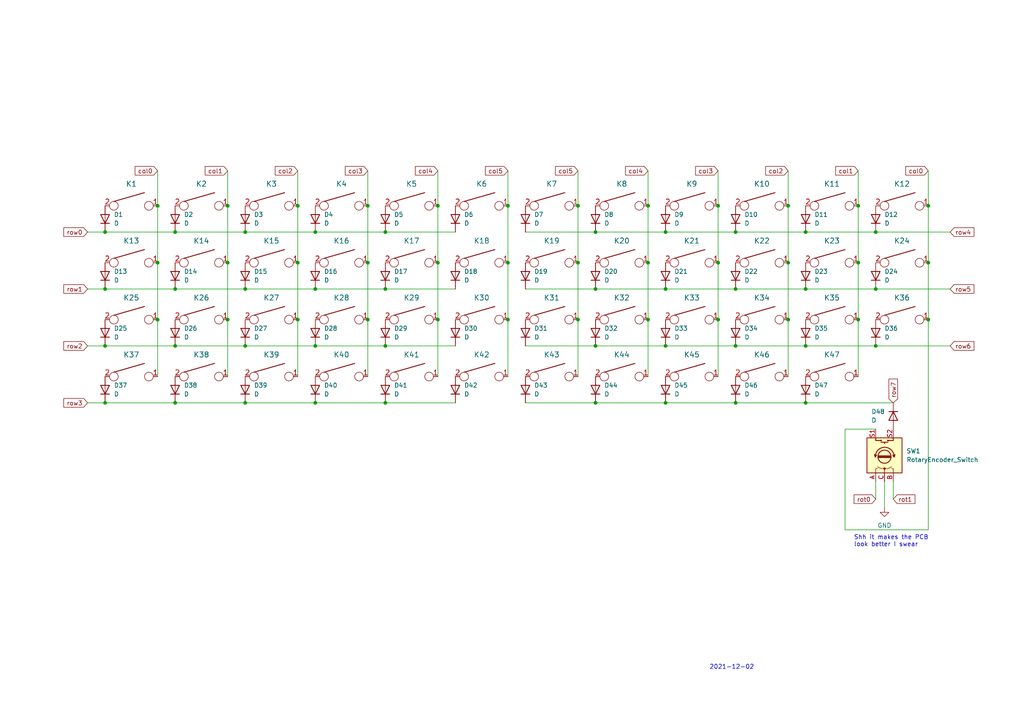
<source format=kicad_sch>
(kicad_sch (version 20210621) (generator eeschema)
  (paper "A4")
  (lib_symbols
    (symbol "Device:D" (pin_numbers hide) (pin_names (offset 1.016) hide)
      (property "Reference" "D" (at 0 2.54 0))
      (property "Value" "D" (at 0 -2.54 0))
      (symbol "D_0_1"
        (polyline (pts (xy -1.27 1.27) (xy -1.27 -1.27)) (stroke (width 0.254)))
        (polyline (pts (xy 1.27 0) (xy -1.27 0)))
        (polyline (pts (xy 1.27 1.27) (xy 1.27 -1.27) (xy -1.27 0) (xy 1.27 1.27)) (stroke (width 0.254)))
      )
      (symbol "D_1_1"
        (pin passive line (at -3.81 0 0) (length 2.54) (name "K") (number "1"))
        (pin passive line (at 3.81 0 180) (length 2.54) (name "A") (number "2"))
      )
    )
    (symbol "Device:RotaryEncoder_Switch" (pin_names (offset 0.254) hide)
      (property "Reference" "SW" (at 0 6.604 0))
      (property "Value" "RotaryEncoder_Switch" (at 0 -6.604 0))
      (symbol "RotaryEncoder_Switch_0_1"
        (arc (start -0.381 -2.794) (end -0.381 2.667) (radius (at -0.381 -0.0508) (length 2.7432) (angles -89.9 89.9)) (stroke (width 0.254)))
        (circle (center -0.381 0) (radius 1.905) (stroke (width 0.254)))
        (circle (center 4.318 -1.016) (radius 0.127) (stroke (width 0.254)))
        (circle (center 4.318 1.016) (radius 0.127) (stroke (width 0.254)))
        (circle (center -3.81 0) (radius 0.254) (fill (type outline)))
        (rectangle (start -5.08 5.08) (end 5.08 -5.08) (stroke (width 0.254)) (fill (type background)))
        (polyline (pts (xy -0.635 -1.778) (xy -0.635 1.778)) (stroke (width 0.254)))
        (polyline (pts (xy -0.381 -1.778) (xy -0.381 1.778)) (stroke (width 0.254)))
        (polyline (pts (xy -0.127 1.778) (xy -0.127 -1.778)) (stroke (width 0.254)))
        (polyline (pts (xy 3.81 0) (xy 3.429 0)) (stroke (width 0.254)))
        (polyline (pts (xy 3.81 1.016) (xy 3.81 -1.016)) (stroke (width 0.254)))
        (polyline (pts (xy -5.08 -2.54) (xy -3.81 -2.54) (xy -3.81 -2.032)))
        (polyline (pts (xy -5.08 2.54) (xy -3.81 2.54) (xy -3.81 2.032)))
        (polyline (pts (xy 0.254 -3.048) (xy -0.508 -2.794) (xy 0.127 -2.413)) (stroke (width 0.254)))
        (polyline (pts (xy 0.254 2.921) (xy -0.508 2.667) (xy 0.127 2.286)) (stroke (width 0.254)))
        (polyline (pts (xy 5.08 -2.54) (xy 4.318 -2.54) (xy 4.318 -1.016)) (stroke (width 0.254)))
        (polyline (pts (xy 5.08 2.54) (xy 4.318 2.54) (xy 4.318 1.016)) (stroke (width 0.254)))
        (polyline (pts (xy -5.08 0) (xy -3.81 0) (xy -3.81 -1.016) (xy -3.302 -2.032)))
        (polyline (pts (xy -4.318 0) (xy -3.81 0) (xy -3.81 1.016) (xy -3.302 2.032)))
      )
      (symbol "RotaryEncoder_Switch_1_1"
        (pin passive line (at -7.62 2.54 0) (length 2.54) (name "A") (number "A"))
        (pin passive line (at -7.62 -2.54 0) (length 2.54) (name "B") (number "B"))
        (pin passive line (at -7.62 0 0) (length 2.54) (name "C") (number "C"))
        (pin passive line (at 7.62 2.54 180) (length 2.54) (name "S1") (number "S1"))
        (pin passive line (at 7.62 -2.54 180) (length 2.54) (name "S2") (number "S2"))
      )
    )
    (symbol "keyboard_parts:KEYSW" (pin_names (offset 1.016))
      (property "Reference" "K?" (at -1.27 0 0))
      (symbol "KEYSW_0_1"
        (circle (center -5.08 0) (radius 1.27))
        (circle (center 5.08 0) (radius 1.27))
        (polyline (pts (xy -5.08 1.27) (xy 3.81 3.81)) (stroke (width 0.254)))
      )
      (symbol "KEYSW_1_1"
        (pin passive line (at 7.62 0 180) (length 1.27) (name "~") (number "1"))
        (pin passive line (at -7.62 0 0) (length 1.27) (name "~") (number "2"))
      )
    )
    (symbol "power:GND" (power) (pin_names (offset 0))
      (property "Value" "GND" (at 0 -3.81 0))
      (symbol "GND_0_1"
        (polyline (pts (xy 0 0) (xy 0 -1.27) (xy 1.27 -1.27) (xy 0 -2.54) (xy -1.27 -1.27) (xy 0 -1.27)))
      )
      (symbol "GND_1_1"
        (pin power_in line (at 0 0 270) (length 0) hide (name "GND") (number "1"))
      )
    )
  )
  (junction (at 30.48 67.31) (diameter 0.9144))
  (junction (at 30.48 83.82) (diameter 0.9144))
  (junction (at 30.48 100.33) (diameter 0.9144))
  (junction (at 30.48 116.84) (diameter 0.9144))
  (junction (at 45.72 59.69) (diameter 0.9144))
  (junction (at 45.72 76.2) (diameter 0.9144))
  (junction (at 45.72 92.71) (diameter 0.9144))
  (junction (at 50.8 67.31) (diameter 0.9144))
  (junction (at 50.8 83.82) (diameter 0.9144))
  (junction (at 50.8 100.33) (diameter 0.9144))
  (junction (at 50.8 116.84) (diameter 0.9144))
  (junction (at 66.04 59.69) (diameter 0.9144))
  (junction (at 66.04 76.2) (diameter 0.9144))
  (junction (at 66.04 92.71) (diameter 0.9144))
  (junction (at 71.12 67.31) (diameter 0.9144))
  (junction (at 71.12 83.82) (diameter 0.9144))
  (junction (at 71.12 100.33) (diameter 0.9144))
  (junction (at 71.12 116.84) (diameter 0.9144))
  (junction (at 86.36 59.69) (diameter 0.9144))
  (junction (at 86.36 76.2) (diameter 0.9144))
  (junction (at 86.36 92.71) (diameter 0.9144))
  (junction (at 91.44 67.31) (diameter 0.9144))
  (junction (at 91.44 83.82) (diameter 0.9144))
  (junction (at 91.44 100.33) (diameter 0.9144))
  (junction (at 91.44 116.84) (diameter 0.9144))
  (junction (at 106.68 59.69) (diameter 0.9144))
  (junction (at 106.68 76.2) (diameter 0.9144))
  (junction (at 106.68 92.71) (diameter 0.9144))
  (junction (at 111.76 67.31) (diameter 0.9144))
  (junction (at 111.76 83.82) (diameter 0.9144))
  (junction (at 111.76 100.33) (diameter 0.9144))
  (junction (at 111.76 116.84) (diameter 0.9144))
  (junction (at 127 59.69) (diameter 0.9144))
  (junction (at 127 76.2) (diameter 0.9144))
  (junction (at 127 92.71) (diameter 0.9144))
  (junction (at 147.32 59.69) (diameter 0.9144))
  (junction (at 147.32 76.2) (diameter 0.9144))
  (junction (at 147.32 92.71) (diameter 0.9144))
  (junction (at 167.64 59.69) (diameter 0.9144))
  (junction (at 167.64 76.2) (diameter 0.9144))
  (junction (at 167.64 92.71) (diameter 0.9144))
  (junction (at 172.72 67.31) (diameter 0.9144))
  (junction (at 172.72 83.82) (diameter 0.9144))
  (junction (at 172.72 100.33) (diameter 0.9144))
  (junction (at 172.72 116.84) (diameter 0.9144))
  (junction (at 187.96 59.69) (diameter 0.9144))
  (junction (at 187.96 76.2) (diameter 0.9144))
  (junction (at 187.96 92.71) (diameter 0.9144))
  (junction (at 193.04 67.31) (diameter 0.9144))
  (junction (at 193.04 83.82) (diameter 0.9144))
  (junction (at 193.04 100.33) (diameter 0.9144))
  (junction (at 193.04 116.84) (diameter 0.9144))
  (junction (at 208.28 59.69) (diameter 0.9144))
  (junction (at 208.28 76.2) (diameter 0.9144))
  (junction (at 208.28 92.71) (diameter 0.9144))
  (junction (at 213.36 67.31) (diameter 0.9144))
  (junction (at 213.36 83.82) (diameter 0.9144))
  (junction (at 213.36 100.33) (diameter 0.9144))
  (junction (at 213.36 116.84) (diameter 0.9144))
  (junction (at 228.6 59.69) (diameter 0.9144))
  (junction (at 228.6 76.2) (diameter 0.9144))
  (junction (at 228.6 92.71) (diameter 0.9144))
  (junction (at 233.68 67.31) (diameter 0.9144))
  (junction (at 233.68 83.82) (diameter 0.9144))
  (junction (at 233.68 100.33) (diameter 0.9144))
  (junction (at 233.68 116.84) (diameter 0.9144))
  (junction (at 248.92 59.69) (diameter 0.9144))
  (junction (at 248.92 76.2) (diameter 0.9144))
  (junction (at 248.92 92.71) (diameter 0.9144))
  (junction (at 254 67.31) (diameter 0.9144))
  (junction (at 254 83.82) (diameter 0.9144))
  (junction (at 254 100.33) (diameter 0.9144))
  (junction (at 269.24 59.69) (diameter 0.9144))
  (junction (at 269.24 76.2) (diameter 0.9144))
  (junction (at 269.24 92.71) (diameter 0.9144))
  (wire (pts (xy 25.4 67.31) (xy 30.48 67.31)))
  (wire (pts (xy 25.4 83.82) (xy 30.48 83.82)))
  (wire (pts (xy 25.4 100.33) (xy 30.48 100.33)))
  (wire (pts (xy 25.4 116.84) (xy 30.48 116.84)))
  (wire (pts (xy 30.48 67.31) (xy 50.8 67.31)))
  (wire (pts (xy 30.48 83.82) (xy 50.8 83.82)))
  (wire (pts (xy 30.48 100.33) (xy 50.8 100.33)))
  (wire (pts (xy 30.48 116.84) (xy 50.8 116.84)))
  (wire (pts (xy 45.72 49.53) (xy 45.72 59.69)))
  (wire (pts (xy 45.72 59.69) (xy 45.72 76.2)))
  (wire (pts (xy 45.72 76.2) (xy 45.72 92.71)))
  (wire (pts (xy 45.72 92.71) (xy 45.72 109.22)))
  (wire (pts (xy 50.8 67.31) (xy 71.12 67.31)))
  (wire (pts (xy 50.8 83.82) (xy 71.12 83.82)))
  (wire (pts (xy 50.8 100.33) (xy 71.12 100.33)))
  (wire (pts (xy 50.8 116.84) (xy 71.12 116.84)))
  (wire (pts (xy 66.04 49.53) (xy 66.04 59.69)))
  (wire (pts (xy 66.04 59.69) (xy 66.04 76.2)))
  (wire (pts (xy 66.04 76.2) (xy 66.04 92.71)))
  (wire (pts (xy 66.04 92.71) (xy 66.04 109.22)))
  (wire (pts (xy 71.12 67.31) (xy 91.44 67.31)))
  (wire (pts (xy 71.12 83.82) (xy 91.44 83.82)))
  (wire (pts (xy 71.12 100.33) (xy 91.44 100.33)))
  (wire (pts (xy 71.12 116.84) (xy 91.44 116.84)))
  (wire (pts (xy 86.36 49.53) (xy 86.36 59.69)))
  (wire (pts (xy 86.36 59.69) (xy 86.36 76.2)))
  (wire (pts (xy 86.36 76.2) (xy 86.36 92.71)))
  (wire (pts (xy 86.36 92.71) (xy 86.36 109.22)))
  (wire (pts (xy 91.44 67.31) (xy 111.76 67.31)))
  (wire (pts (xy 91.44 83.82) (xy 111.76 83.82)))
  (wire (pts (xy 91.44 100.33) (xy 111.76 100.33)))
  (wire (pts (xy 91.44 116.84) (xy 111.76 116.84)))
  (wire (pts (xy 106.68 49.53) (xy 106.68 59.69)))
  (wire (pts (xy 106.68 59.69) (xy 106.68 76.2)))
  (wire (pts (xy 106.68 76.2) (xy 106.68 92.71)))
  (wire (pts (xy 106.68 92.71) (xy 106.68 109.22)))
  (wire (pts (xy 111.76 67.31) (xy 132.08 67.31)))
  (wire (pts (xy 111.76 83.82) (xy 132.08 83.82)))
  (wire (pts (xy 111.76 100.33) (xy 132.08 100.33)))
  (wire (pts (xy 111.76 116.84) (xy 132.08 116.84)))
  (wire (pts (xy 127 49.53) (xy 127 59.69)))
  (wire (pts (xy 127 59.69) (xy 127 76.2)))
  (wire (pts (xy 127 76.2) (xy 127 92.71)))
  (wire (pts (xy 127 92.71) (xy 127 109.22)))
  (wire (pts (xy 147.32 49.53) (xy 147.32 59.69)))
  (wire (pts (xy 147.32 59.69) (xy 147.32 76.2)))
  (wire (pts (xy 147.32 76.2) (xy 147.32 92.71)))
  (wire (pts (xy 147.32 92.71) (xy 147.32 109.22)))
  (wire (pts (xy 152.4 67.31) (xy 172.72 67.31)))
  (wire (pts (xy 152.4 83.82) (xy 172.72 83.82)))
  (wire (pts (xy 152.4 100.33) (xy 172.72 100.33)))
  (wire (pts (xy 152.4 116.84) (xy 172.72 116.84)))
  (wire (pts (xy 167.64 49.53) (xy 167.64 59.69)))
  (wire (pts (xy 167.64 59.69) (xy 167.64 76.2)))
  (wire (pts (xy 167.64 76.2) (xy 167.64 92.71)))
  (wire (pts (xy 167.64 92.71) (xy 167.64 109.22)))
  (wire (pts (xy 172.72 67.31) (xy 193.04 67.31)))
  (wire (pts (xy 172.72 83.82) (xy 193.04 83.82)))
  (wire (pts (xy 172.72 100.33) (xy 193.04 100.33)))
  (wire (pts (xy 172.72 116.84) (xy 193.04 116.84)))
  (wire (pts (xy 187.96 49.53) (xy 187.96 59.69)))
  (wire (pts (xy 187.96 59.69) (xy 187.96 76.2)))
  (wire (pts (xy 187.96 76.2) (xy 187.96 92.71)))
  (wire (pts (xy 187.96 92.71) (xy 187.96 109.22)))
  (wire (pts (xy 193.04 67.31) (xy 213.36 67.31)))
  (wire (pts (xy 193.04 83.82) (xy 213.36 83.82)))
  (wire (pts (xy 193.04 100.33) (xy 213.36 100.33)))
  (wire (pts (xy 193.04 116.84) (xy 213.36 116.84)))
  (wire (pts (xy 208.28 49.53) (xy 208.28 59.69)))
  (wire (pts (xy 208.28 59.69) (xy 208.28 76.2)))
  (wire (pts (xy 208.28 76.2) (xy 208.28 92.71)))
  (wire (pts (xy 208.28 92.71) (xy 208.28 109.22)))
  (wire (pts (xy 213.36 67.31) (xy 233.68 67.31)))
  (wire (pts (xy 213.36 83.82) (xy 233.68 83.82)))
  (wire (pts (xy 213.36 100.33) (xy 233.68 100.33)))
  (wire (pts (xy 213.36 116.84) (xy 233.68 116.84)))
  (wire (pts (xy 228.6 49.53) (xy 228.6 59.69)))
  (wire (pts (xy 228.6 59.69) (xy 228.6 76.2)))
  (wire (pts (xy 228.6 76.2) (xy 228.6 92.71)))
  (wire (pts (xy 228.6 92.71) (xy 228.6 109.22)))
  (wire (pts (xy 233.68 67.31) (xy 254 67.31)))
  (wire (pts (xy 233.68 83.82) (xy 254 83.82)))
  (wire (pts (xy 233.68 100.33) (xy 254 100.33)))
  (wire (pts (xy 233.68 116.84) (xy 259.08 116.84)))
  (wire (pts (xy 245.11 124.46) (xy 254 124.46)))
  (wire (pts (xy 245.11 153.67) (xy 245.11 124.46)))
  (wire (pts (xy 248.92 49.53) (xy 248.92 59.69)))
  (wire (pts (xy 248.92 59.69) (xy 248.92 76.2)))
  (wire (pts (xy 248.92 76.2) (xy 248.92 92.71)))
  (wire (pts (xy 248.92 92.71) (xy 248.92 109.22)))
  (wire (pts (xy 254 67.31) (xy 275.59 67.31)))
  (wire (pts (xy 254 83.82) (xy 275.59 83.82)))
  (wire (pts (xy 254 100.33) (xy 275.59 100.33)))
  (wire (pts (xy 254 139.7) (xy 254 144.78)))
  (wire (pts (xy 256.54 139.7) (xy 256.54 147.32)))
  (wire (pts (xy 259.08 139.7) (xy 259.08 144.78)))
  (wire (pts (xy 269.24 49.53) (xy 269.24 59.69)))
  (wire (pts (xy 269.24 59.69) (xy 269.24 76.2)))
  (wire (pts (xy 269.24 76.2) (xy 269.24 92.71)))
  (wire (pts (xy 269.24 92.71) (xy 269.24 153.67)))
  (wire (pts (xy 269.24 153.67) (xy 245.11 153.67)))
  (text "2021-12-02\n" (at 205.74 194.31 0) (effects (font (size 1.27 1.27)) (justify left bottom)))
  (text "Shh it makes the PCB\nlook better I swear" (at 247.65 158.75 0) (effects (font (size 1.27 1.27)) (justify left bottom)))
  (global_label "row0" (shape input) (at 25.4 67.31 180) (property "Intersheet References" "${INTERSHEET_REFS}" (effects hide)))
  (global_label "row1" (shape input) (at 25.4 83.82 180) (property "Intersheet References" "${INTERSHEET_REFS}" (effects hide)))
  (global_label "row2" (shape input) (at 25.4 100.33 180) (property "Intersheet References" "${INTERSHEET_REFS}" (effects hide)))
  (global_label "row3" (shape input) (at 25.4 116.84 180) (property "Intersheet References" "${INTERSHEET_REFS}" (effects hide)))
  (global_label "col0" (shape input) (at 45.72 49.53 180) (property "Intersheet References" "${INTERSHEET_REFS}" (effects hide)))
  (global_label "col1" (shape input) (at 66.04 49.53 180) (property "Intersheet References" "${INTERSHEET_REFS}" (effects hide)))
  (global_label "col2" (shape input) (at 86.36 49.53 180) (property "Intersheet References" "${INTERSHEET_REFS}" (effects hide)))
  (global_label "col3" (shape input) (at 106.68 49.53 180) (property "Intersheet References" "${INTERSHEET_REFS}" (effects hide)))
  (global_label "col4" (shape input) (at 127 49.53 180) (property "Intersheet References" "${INTERSHEET_REFS}" (effects hide)))
  (global_label "col5" (shape input) (at 147.32 49.53 180) (property "Intersheet References" "${INTERSHEET_REFS}" (effects hide)))
  (global_label "col5" (shape input) (at 167.64 49.53 180) (property "Intersheet References" "${INTERSHEET_REFS}" (effects hide)))
  (global_label "col4" (shape input) (at 187.96 49.53 180) (property "Intersheet References" "${INTERSHEET_REFS}" (effects hide)))
  (global_label "col3" (shape input) (at 208.28 49.53 180) (property "Intersheet References" "${INTERSHEET_REFS}" (effects hide)))
  (global_label "col2" (shape input) (at 228.6 49.53 180) (property "Intersheet References" "${INTERSHEET_REFS}" (effects hide)))
  (global_label "col1" (shape input) (at 248.92 49.53 180) (property "Intersheet References" "${INTERSHEET_REFS}" (effects hide)))
  (global_label "rot0" (shape input) (at 254 144.78 180) (property "Intersheet References" "${INTERSHEET_REFS}" (effects hide)))
  (global_label "row7" (shape input) (at 259.08 116.84 90) (property "Intersheet References" "${INTERSHEET_REFS}" (effects hide)))
  (global_label "rot1" (shape input) (at 259.08 144.78 0) (property "Intersheet References" "${INTERSHEET_REFS}" (effects hide)))
  (global_label "col0" (shape input) (at 269.24 49.53 180) (property "Intersheet References" "${INTERSHEET_REFS}" (effects hide)))
  (global_label "row4" (shape input) (at 275.59 67.31 0) (property "Intersheet References" "${INTERSHEET_REFS}" (effects hide)))
  (global_label "row5" (shape input) (at 275.59 83.82 0) (property "Intersheet References" "${INTERSHEET_REFS}" (effects hide)))
  (global_label "row6" (shape input) (at 275.59 100.33 0) (property "Intersheet References" "${INTERSHEET_REFS}" (effects hide)))
  (symbol (lib_id "power:GND") (at 256.54 147.32 0) (unit 1)
    (property "Reference" "#PWR09" (effects hide))
    (property "Value" "GND" (at 256.54 152.4 0))
  )
  (symbol (lib_id "Device:D") (at 30.48 63.5 90) (unit 1)
    (property "Reference" "D1" (at 33.02 62.2299 90) (effects (justify right)))
    (property "Value" "D" (at 33.02 64.7699 90) (effects (justify right)))
    (property "Footprint" "Keebio:Diode-Hybrid-Back" (effects hide))
  )
  (symbol (lib_id "Device:D") (at 30.48 80.01 90) (unit 1)
    (property "Reference" "D13" (at 33.02 78.7399 90) (effects (justify right)))
    (property "Value" "D" (at 33.02 81.2799 90) (effects (justify right)))
    (property "Footprint" "Keebio:Diode-Hybrid-Back" (effects hide))
  )
  (symbol (lib_id "Device:D") (at 30.48 96.52 90) (unit 1)
    (property "Reference" "D25" (at 33.02 95.2499 90) (effects (justify right)))
    (property "Value" "D" (at 33.02 97.7899 90) (effects (justify right)))
    (property "Footprint" "Keebio:Diode-Hybrid-Back" (effects hide))
  )
  (symbol (lib_id "Device:D") (at 30.48 113.03 90) (unit 1)
    (property "Reference" "D37" (at 33.02 111.7599 90) (effects (justify right)))
    (property "Value" "D" (at 33.02 114.2999 90) (effects (justify right)))
    (property "Footprint" "Keebio:Diode-Hybrid-Back" (effects hide))
  )
  (symbol (lib_id "Device:D") (at 50.8 63.5 90) (unit 1)
    (property "Reference" "D2" (at 53.34 62.2299 90) (effects (justify right)))
    (property "Value" "D" (at 53.34 64.7699 90) (effects (justify right)))
    (property "Footprint" "Keebio:Diode-Hybrid-Back" (effects hide))
  )
  (symbol (lib_id "Device:D") (at 50.8 80.01 90) (unit 1)
    (property "Reference" "D14" (at 53.34 78.7399 90) (effects (justify right)))
    (property "Value" "D" (at 53.34 81.2799 90) (effects (justify right)))
    (property "Footprint" "Keebio:Diode-Hybrid-Back" (effects hide))
  )
  (symbol (lib_id "Device:D") (at 50.8 96.52 90) (unit 1)
    (property "Reference" "D26" (at 53.34 95.2499 90) (effects (justify right)))
    (property "Value" "D" (at 53.34 97.7899 90) (effects (justify right)))
    (property "Footprint" "Keebio:Diode-Hybrid-Back" (effects hide))
  )
  (symbol (lib_id "Device:D") (at 50.8 113.03 90) (unit 1)
    (property "Reference" "D38" (at 53.34 111.7599 90) (effects (justify right)))
    (property "Value" "D" (at 53.34 114.2999 90) (effects (justify right)))
    (property "Footprint" "Keebio:Diode-Hybrid-Back" (effects hide))
  )
  (symbol (lib_id "Device:D") (at 71.12 63.5 90) (unit 1)
    (property "Reference" "D3" (at 73.66 62.2299 90) (effects (justify right)))
    (property "Value" "D" (at 73.66 64.7699 90) (effects (justify right)))
    (property "Footprint" "Keebio:Diode-Hybrid-Back" (effects hide))
  )
  (symbol (lib_id "Device:D") (at 71.12 80.01 90) (unit 1)
    (property "Reference" "D15" (at 73.66 78.7399 90) (effects (justify right)))
    (property "Value" "D" (at 73.66 81.2799 90) (effects (justify right)))
    (property "Footprint" "Keebio:Diode-Hybrid-Back" (effects hide))
  )
  (symbol (lib_id "Device:D") (at 71.12 96.52 90) (unit 1)
    (property "Reference" "D27" (at 73.66 95.2499 90) (effects (justify right)))
    (property "Value" "D" (at 73.66 97.7899 90) (effects (justify right)))
    (property "Footprint" "Keebio:Diode-Hybrid-Back" (effects hide))
  )
  (symbol (lib_id "Device:D") (at 71.12 113.03 90) (unit 1)
    (property "Reference" "D39" (at 73.66 111.7599 90) (effects (justify right)))
    (property "Value" "D" (at 73.66 114.2999 90) (effects (justify right)))
    (property "Footprint" "Keebio:Diode-Hybrid-Back" (effects hide))
  )
  (symbol (lib_id "Device:D") (at 91.44 63.5 90) (unit 1)
    (property "Reference" "D4" (at 93.98 62.2299 90) (effects (justify right)))
    (property "Value" "D" (at 93.98 64.7699 90) (effects (justify right)))
    (property "Footprint" "Keebio:Diode-Hybrid-Back" (effects hide))
  )
  (symbol (lib_id "Device:D") (at 91.44 80.01 90) (unit 1)
    (property "Reference" "D16" (at 93.98 78.7399 90) (effects (justify right)))
    (property "Value" "D" (at 93.98 81.2799 90) (effects (justify right)))
    (property "Footprint" "Keebio:Diode-Hybrid-Back" (effects hide))
  )
  (symbol (lib_id "Device:D") (at 91.44 96.52 90) (unit 1)
    (property "Reference" "D28" (at 93.98 95.2499 90) (effects (justify right)))
    (property "Value" "D" (at 93.98 97.7899 90) (effects (justify right)))
    (property "Footprint" "Keebio:Diode-Hybrid-Back" (effects hide))
  )
  (symbol (lib_id "Device:D") (at 91.44 113.03 90) (unit 1)
    (property "Reference" "D40" (at 93.98 111.7599 90) (effects (justify right)))
    (property "Value" "D" (at 93.98 114.2999 90) (effects (justify right)))
    (property "Footprint" "Keebio:Diode-Hybrid-Back" (effects hide))
  )
  (symbol (lib_id "Device:D") (at 111.76 63.5 90) (unit 1)
    (property "Reference" "D5" (at 114.3 62.2299 90) (effects (justify right)))
    (property "Value" "D" (at 114.3 64.7699 90) (effects (justify right)))
    (property "Footprint" "Keebio:Diode-Hybrid-Back" (effects hide))
  )
  (symbol (lib_id "Device:D") (at 111.76 80.01 90) (unit 1)
    (property "Reference" "D17" (at 114.3 78.7399 90) (effects (justify right)))
    (property "Value" "D" (at 114.3 81.2799 90) (effects (justify right)))
    (property "Footprint" "Keebio:Diode-Hybrid-Back" (effects hide))
  )
  (symbol (lib_id "Device:D") (at 111.76 96.52 90) (unit 1)
    (property "Reference" "D29" (at 114.3 95.2499 90) (effects (justify right)))
    (property "Value" "D" (at 114.3 97.7899 90) (effects (justify right)))
    (property "Footprint" "Keebio:Diode-Hybrid-Back" (effects hide))
  )
  (symbol (lib_id "Device:D") (at 111.76 113.03 90) (unit 1)
    (property "Reference" "D41" (at 114.3 111.7599 90) (effects (justify right)))
    (property "Value" "D" (at 114.3 114.2999 90) (effects (justify right)))
    (property "Footprint" "Keebio:Diode-Hybrid-Back" (effects hide))
  )
  (symbol (lib_id "Device:D") (at 132.08 63.5 90) (unit 1)
    (property "Reference" "D6" (at 134.62 62.2299 90) (effects (justify right)))
    (property "Value" "D" (at 134.62 64.7699 90) (effects (justify right)))
    (property "Footprint" "Keebio:Diode-Hybrid-Back" (effects hide))
  )
  (symbol (lib_id "Device:D") (at 132.08 80.01 90) (unit 1)
    (property "Reference" "D18" (at 134.62 78.7399 90) (effects (justify right)))
    (property "Value" "D" (at 134.62 81.2799 90) (effects (justify right)))
    (property "Footprint" "Keebio:Diode-Hybrid-Back" (effects hide))
  )
  (symbol (lib_id "Device:D") (at 132.08 96.52 90) (unit 1)
    (property "Reference" "D30" (at 134.62 95.2499 90) (effects (justify right)))
    (property "Value" "D" (at 134.62 97.7899 90) (effects (justify right)))
    (property "Footprint" "Keebio:Diode-Hybrid-Back" (effects hide))
  )
  (symbol (lib_id "Device:D") (at 132.08 113.03 90) (unit 1)
    (property "Reference" "D42" (at 134.62 111.7599 90) (effects (justify right)))
    (property "Value" "D" (at 134.62 114.2999 90) (effects (justify right)))
    (property "Footprint" "Keebio:Diode-Hybrid-Back" (effects hide))
  )
  (symbol (lib_id "Device:D") (at 152.4 63.5 90) (unit 1)
    (property "Reference" "D7" (at 154.94 62.2299 90) (effects (justify right)))
    (property "Value" "D" (at 154.94 64.7699 90) (effects (justify right)))
    (property "Footprint" "Keebio:Diode-Hybrid-Back" (effects hide))
  )
  (symbol (lib_id "Device:D") (at 152.4 80.01 90) (unit 1)
    (property "Reference" "D19" (at 154.94 78.7399 90) (effects (justify right)))
    (property "Value" "D" (at 154.94 81.2799 90) (effects (justify right)))
    (property "Footprint" "Keebio:Diode-Hybrid-Back" (effects hide))
  )
  (symbol (lib_id "Device:D") (at 152.4 96.52 90) (unit 1)
    (property "Reference" "D31" (at 154.94 95.2499 90) (effects (justify right)))
    (property "Value" "D" (at 154.94 97.7899 90) (effects (justify right)))
    (property "Footprint" "Keebio:Diode-Hybrid-Back" (effects hide))
  )
  (symbol (lib_id "Device:D") (at 152.4 113.03 90) (unit 1)
    (property "Reference" "D43" (at 154.94 111.7599 90) (effects (justify right)))
    (property "Value" "D" (at 154.94 114.2999 90) (effects (justify right)))
    (property "Footprint" "Keebio:Diode-Hybrid-Back" (effects hide))
  )
  (symbol (lib_id "Device:D") (at 172.72 63.5 90) (unit 1)
    (property "Reference" "D8" (at 175.26 62.2299 90) (effects (justify right)))
    (property "Value" "D" (at 175.26 64.7699 90) (effects (justify right)))
    (property "Footprint" "Keebio:Diode-Hybrid-Back" (effects hide))
  )
  (symbol (lib_id "Device:D") (at 172.72 80.01 90) (unit 1)
    (property "Reference" "D20" (at 175.26 78.7399 90) (effects (justify right)))
    (property "Value" "D" (at 175.26 81.2799 90) (effects (justify right)))
    (property "Footprint" "Keebio:Diode-Hybrid-Back" (effects hide))
  )
  (symbol (lib_id "Device:D") (at 172.72 96.52 90) (unit 1)
    (property "Reference" "D32" (at 175.26 95.2499 90) (effects (justify right)))
    (property "Value" "D" (at 175.26 97.7899 90) (effects (justify right)))
    (property "Footprint" "Keebio:Diode-Hybrid-Back" (effects hide))
  )
  (symbol (lib_id "Device:D") (at 172.72 113.03 90) (unit 1)
    (property "Reference" "D44" (at 175.26 111.7599 90) (effects (justify right)))
    (property "Value" "D" (at 175.26 114.2999 90) (effects (justify right)))
    (property "Footprint" "Keebio:Diode-Hybrid-Back" (effects hide))
  )
  (symbol (lib_id "Device:D") (at 193.04 63.5 90) (unit 1)
    (property "Reference" "D9" (at 195.58 62.2299 90) (effects (justify right)))
    (property "Value" "D" (at 195.58 64.7699 90) (effects (justify right)))
    (property "Footprint" "Keebio:Diode-Hybrid-Back" (effects hide))
  )
  (symbol (lib_id "Device:D") (at 193.04 80.01 90) (unit 1)
    (property "Reference" "D21" (at 195.58 78.7399 90) (effects (justify right)))
    (property "Value" "D" (at 195.58 81.2799 90) (effects (justify right)))
    (property "Footprint" "Keebio:Diode-Hybrid-Back" (effects hide))
  )
  (symbol (lib_id "Device:D") (at 193.04 96.52 90) (unit 1)
    (property "Reference" "D33" (at 195.58 95.2499 90) (effects (justify right)))
    (property "Value" "D" (at 195.58 97.7899 90) (effects (justify right)))
    (property "Footprint" "Keebio:Diode-Hybrid-Back" (effects hide))
  )
  (symbol (lib_id "Device:D") (at 193.04 113.03 90) (unit 1)
    (property "Reference" "D45" (at 195.58 111.7599 90) (effects (justify right)))
    (property "Value" "D" (at 195.58 114.2999 90) (effects (justify right)))
    (property "Footprint" "Keebio:Diode-Hybrid-Back" (effects hide))
  )
  (symbol (lib_id "Device:D") (at 213.36 63.5 90) (unit 1)
    (property "Reference" "D10" (at 215.9 62.2299 90) (effects (justify right)))
    (property "Value" "D" (at 215.9 64.7699 90) (effects (justify right)))
    (property "Footprint" "Keebio:Diode-Hybrid-Back" (effects hide))
  )
  (symbol (lib_id "Device:D") (at 213.36 80.01 90) (unit 1)
    (property "Reference" "D22" (at 215.9 78.7399 90) (effects (justify right)))
    (property "Value" "D" (at 215.9 81.2799 90) (effects (justify right)))
    (property "Footprint" "Keebio:Diode-Hybrid-Back" (effects hide))
  )
  (symbol (lib_id "Device:D") (at 213.36 96.52 90) (unit 1)
    (property "Reference" "D34" (at 215.9 95.2499 90) (effects (justify right)))
    (property "Value" "D" (at 215.9 97.7899 90) (effects (justify right)))
    (property "Footprint" "Keebio:Diode-Hybrid-Back" (effects hide))
  )
  (symbol (lib_id "Device:D") (at 213.36 113.03 90) (unit 1)
    (property "Reference" "D46" (at 215.9 111.7599 90) (effects (justify right)))
    (property "Value" "D" (at 215.9 114.2999 90) (effects (justify right)))
    (property "Footprint" "Keebio:Diode-Hybrid-Back" (effects hide))
  )
  (symbol (lib_id "Device:D") (at 233.68 63.5 90) (unit 1)
    (property "Reference" "D11" (at 236.22 62.2299 90) (effects (justify right)))
    (property "Value" "D" (at 236.22 64.7699 90) (effects (justify right)))
    (property "Footprint" "Keebio:Diode-Hybrid-Back" (effects hide))
  )
  (symbol (lib_id "Device:D") (at 233.68 80.01 90) (unit 1)
    (property "Reference" "D23" (at 236.22 78.7399 90) (effects (justify right)))
    (property "Value" "D" (at 236.22 81.2799 90) (effects (justify right)))
    (property "Footprint" "Keebio:Diode-Hybrid-Back" (effects hide))
  )
  (symbol (lib_id "Device:D") (at 233.68 96.52 90) (unit 1)
    (property "Reference" "D35" (at 236.22 95.2499 90) (effects (justify right)))
    (property "Value" "D" (at 236.22 97.7899 90) (effects (justify right)))
    (property "Footprint" "Keebio:Diode-Hybrid-Back" (effects hide))
  )
  (symbol (lib_id "Device:D") (at 233.68 113.03 90) (unit 1)
    (property "Reference" "D47" (at 236.22 111.7599 90) (effects (justify right)))
    (property "Value" "D" (at 236.22 114.2999 90) (effects (justify right)))
    (property "Footprint" "Keebio:Diode-Hybrid-Back" (effects hide))
  )
  (symbol (lib_id "Device:D") (at 254 63.5 90) (unit 1)
    (property "Reference" "D12" (at 256.54 62.2299 90) (effects (justify right)))
    (property "Value" "D" (at 256.54 64.7699 90) (effects (justify right)))
    (property "Footprint" "Keebio:Diode-Hybrid-Back" (effects hide))
  )
  (symbol (lib_id "Device:D") (at 254 80.01 90) (unit 1)
    (property "Reference" "D24" (at 256.54 78.7399 90) (effects (justify right)))
    (property "Value" "D" (at 256.54 81.2799 90) (effects (justify right)))
    (property "Footprint" "Keebio:Diode-Hybrid-Back" (effects hide))
  )
  (symbol (lib_id "Device:D") (at 254 96.52 90) (unit 1)
    (property "Reference" "D36" (at 256.54 95.2499 90) (effects (justify right)))
    (property "Value" "D" (at 256.54 97.7899 90) (effects (justify right)))
    (property "Footprint" "Keebio:Diode-Hybrid-Back" (effects hide))
  )
  (symbol (lib_id "Device:D") (at 259.08 120.65 270) (unit 1)
    (property "Reference" "D48" (at 252.73 119.3799 90) (effects (justify left)))
    (property "Value" "D" (at 252.73 121.9199 90) (effects (justify left)))
    (property "Footprint" "Keebio:Diode-Hybrid-Back" (effects hide))
  )
  (symbol (lib_id "keyboard_parts:KEYSW") (at 38.1 59.69 0) (unit 1)
    (property "Reference" "K1" (at 38.1 53.34 0) (effects (font (size 1.524 1.524))))
    (property "Value" "KEYSW" (effects hide))
    (property "Footprint" "mx footprints:MXOnly-1U-NoLED" (effects hide))
  )
  (symbol (lib_id "keyboard_parts:KEYSW") (at 38.1 76.2 0) (unit 1)
    (property "Reference" "K13" (at 38.1 69.85 0) (effects (font (size 1.524 1.524))))
    (property "Value" "KEYSW" (effects hide))
    (property "Footprint" "mx footprints:MXOnly-1.25U-NoLED" (effects hide))
  )
  (symbol (lib_id "keyboard_parts:KEYSW") (at 38.1 92.71 0) (unit 1)
    (property "Reference" "K25" (at 38.1 86.36 0) (effects (font (size 1.524 1.524))))
    (property "Value" "KEYSW" (effects hide))
    (property "Footprint" "mx footprints:MXOnly-1.5U-NoLED" (effects hide))
  )
  (symbol (lib_id "keyboard_parts:KEYSW") (at 38.1 109.22 0) (unit 1)
    (property "Reference" "K37" (at 38.1 102.87 0) (effects (font (size 1.524 1.524))))
    (property "Value" "KEYSW" (effects hide))
    (property "Footprint" "mx footprints:MXOnly-1U-NoLED" (effects hide))
  )
  (symbol (lib_id "keyboard_parts:KEYSW") (at 58.42 59.69 0) (unit 1)
    (property "Reference" "K2" (at 58.42 53.34 0) (effects (font (size 1.524 1.524))))
    (property "Value" "KEYSW" (effects hide))
    (property "Footprint" "mx footprints:MXOnly-1U-NoLED" (effects hide))
  )
  (symbol (lib_id "keyboard_parts:KEYSW") (at 58.42 76.2 0) (unit 1)
    (property "Reference" "K14" (at 58.42 69.85 0) (effects (font (size 1.524 1.524))))
    (property "Value" "KEYSW" (effects hide))
    (property "Footprint" "mx footprints:MXOnly-1U-NoLED" (effects hide))
  )
  (symbol (lib_id "keyboard_parts:KEYSW") (at 58.42 92.71 0) (unit 1)
    (property "Reference" "K26" (at 58.42 86.36 0) (effects (font (size 1.524 1.524))))
    (property "Value" "KEYSW" (effects hide))
    (property "Footprint" "mx footprints:MXOnly-1U-NoLED" (effects hide))
  )
  (symbol (lib_id "keyboard_parts:KEYSW") (at 58.42 109.22 0) (unit 1)
    (property "Reference" "K38" (at 58.42 102.87 0) (effects (font (size 1.524 1.524))))
    (property "Value" "KEYSW" (effects hide))
    (property "Footprint" "mx footprints:MXOnly-1U-NoLED" (effects hide))
  )
  (symbol (lib_id "keyboard_parts:KEYSW") (at 78.74 59.69 0) (unit 1)
    (property "Reference" "K3" (at 78.74 53.34 0) (effects (font (size 1.524 1.524))))
    (property "Value" "KEYSW" (effects hide))
    (property "Footprint" "mx footprints:MXOnly-1U-NoLED" (effects hide))
  )
  (symbol (lib_id "keyboard_parts:KEYSW") (at 78.74 76.2 0) (unit 1)
    (property "Reference" "K15" (at 78.74 69.85 0) (effects (font (size 1.524 1.524))))
    (property "Value" "KEYSW" (effects hide))
    (property "Footprint" "mx footprints:MXOnly-1U-NoLED" (effects hide))
  )
  (symbol (lib_id "keyboard_parts:KEYSW") (at 78.74 92.71 0) (unit 1)
    (property "Reference" "K27" (at 78.74 86.36 0) (effects (font (size 1.524 1.524))))
    (property "Value" "KEYSW" (effects hide))
    (property "Footprint" "mx footprints:MXOnly-1U-NoLED" (effects hide))
  )
  (symbol (lib_id "keyboard_parts:KEYSW") (at 78.74 109.22 0) (unit 1)
    (property "Reference" "K39" (at 78.74 102.87 0) (effects (font (size 1.524 1.524))))
    (property "Value" "KEYSW" (effects hide))
    (property "Footprint" "mx footprints:MXOnly-1U-NoLED" (effects hide))
  )
  (symbol (lib_id "keyboard_parts:KEYSW") (at 99.06 59.69 0) (unit 1)
    (property "Reference" "K4" (at 99.06 53.34 0) (effects (font (size 1.524 1.524))))
    (property "Value" "KEYSW" (effects hide))
    (property "Footprint" "mx footprints:MXOnly-1U-NoLED" (effects hide))
  )
  (symbol (lib_id "keyboard_parts:KEYSW") (at 99.06 76.2 0) (unit 1)
    (property "Reference" "K16" (at 99.06 69.85 0) (effects (font (size 1.524 1.524))))
    (property "Value" "KEYSW" (effects hide))
    (property "Footprint" "mx footprints:MXOnly-1U-NoLED" (effects hide))
  )
  (symbol (lib_id "keyboard_parts:KEYSW") (at 99.06 92.71 0) (unit 1)
    (property "Reference" "K28" (at 99.06 86.36 0) (effects (font (size 1.524 1.524))))
    (property "Value" "KEYSW" (effects hide))
    (property "Footprint" "mx footprints:MXOnly-1U-NoLED" (effects hide))
  )
  (symbol (lib_id "keyboard_parts:KEYSW") (at 99.06 109.22 0) (unit 1)
    (property "Reference" "K40" (at 99.06 102.87 0) (effects (font (size 1.524 1.524))))
    (property "Value" "KEYSW" (effects hide))
    (property "Footprint" "mx footprints:MXOnly-1U-NoLED" (effects hide))
  )
  (symbol (lib_id "keyboard_parts:KEYSW") (at 119.38 59.69 0) (unit 1)
    (property "Reference" "K5" (at 119.38 53.34 0) (effects (font (size 1.524 1.524))))
    (property "Value" "KEYSW" (effects hide))
    (property "Footprint" "mx footprints:MXOnly-1U-NoLED" (effects hide))
  )
  (symbol (lib_id "keyboard_parts:KEYSW") (at 119.38 76.2 0) (unit 1)
    (property "Reference" "K17" (at 119.38 69.85 0) (effects (font (size 1.524 1.524))))
    (property "Value" "KEYSW" (effects hide))
    (property "Footprint" "mx footprints:MXOnly-1U-NoLED" (effects hide))
  )
  (symbol (lib_id "keyboard_parts:KEYSW") (at 119.38 92.71 0) (unit 1)
    (property "Reference" "K29" (at 119.38 86.36 0) (effects (font (size 1.524 1.524))))
    (property "Value" "KEYSW" (effects hide))
    (property "Footprint" "mx footprints:MXOnly-1U-NoLED" (effects hide))
  )
  (symbol (lib_id "keyboard_parts:KEYSW") (at 119.38 109.22 0) (unit 1)
    (property "Reference" "K41" (at 119.38 102.87 0) (effects (font (size 1.524 1.524))))
    (property "Value" "KEYSW" (effects hide))
    (property "Footprint" "mx footprints:MXOnly-1.25U-NoLED" (effects hide))
  )
  (symbol (lib_id "keyboard_parts:KEYSW") (at 139.7 59.69 0) (unit 1)
    (property "Reference" "K6" (at 139.7 53.34 0) (effects (font (size 1.524 1.524))))
    (property "Value" "KEYSW" (effects hide))
    (property "Footprint" "mx footprints:MXOnly-1U-NoLED" (effects hide))
  )
  (symbol (lib_id "keyboard_parts:KEYSW") (at 139.7 76.2 0) (unit 1)
    (property "Reference" "K18" (at 139.7 69.85 0) (effects (font (size 1.524 1.524))))
    (property "Value" "KEYSW" (effects hide))
    (property "Footprint" "mx footprints:MXOnly-1U-NoLED" (effects hide))
  )
  (symbol (lib_id "keyboard_parts:KEYSW") (at 139.7 92.71 0) (unit 1)
    (property "Reference" "K30" (at 139.7 86.36 0) (effects (font (size 1.524 1.524))))
    (property "Value" "KEYSW" (effects hide))
    (property "Footprint" "mx footprints:MXOnly-1U-NoLED" (effects hide))
  )
  (symbol (lib_id "keyboard_parts:KEYSW") (at 139.7 109.22 0) (unit 1)
    (property "Reference" "K42" (at 139.7 102.87 0) (effects (font (size 1.524 1.524))))
    (property "Value" "KEYSW" (effects hide))
    (property "Footprint" "mx footprints:MXOnly-1.25U-NoLED" (effects hide))
  )
  (symbol (lib_id "keyboard_parts:KEYSW") (at 160.02 59.69 0) (unit 1)
    (property "Reference" "K7" (at 160.02 53.34 0) (effects (font (size 1.524 1.524))))
    (property "Value" "KEYSW" (effects hide))
    (property "Footprint" "mx footprints:MXOnly-1U-NoLED" (effects hide))
  )
  (symbol (lib_id "keyboard_parts:KEYSW") (at 160.02 76.2 0) (unit 1)
    (property "Reference" "K19" (at 160.02 69.85 0) (effects (font (size 1.524 1.524))))
    (property "Value" "KEYSW" (effects hide))
    (property "Footprint" "mx footprints:MXOnly-1U-NoLED" (effects hide))
  )
  (symbol (lib_id "keyboard_parts:KEYSW") (at 160.02 92.71 0) (unit 1)
    (property "Reference" "K31" (at 160.02 86.36 0) (effects (font (size 1.524 1.524))))
    (property "Value" "KEYSW" (effects hide))
    (property "Footprint" "mx footprints:MXOnly-1U-NoLED" (effects hide))
  )
  (symbol (lib_id "keyboard_parts:KEYSW") (at 160.02 109.22 0) (unit 1)
    (property "Reference" "K43" (at 160.02 102.87 0) (effects (font (size 1.524 1.524))))
    (property "Value" "KEYSW" (effects hide))
    (property "Footprint" "mx footprints:MXOnly-1.25U-NoLED" (effects hide))
  )
  (symbol (lib_id "keyboard_parts:KEYSW") (at 180.34 59.69 0) (unit 1)
    (property "Reference" "K8" (at 180.34 53.34 0) (effects (font (size 1.524 1.524))))
    (property "Value" "KEYSW" (effects hide))
    (property "Footprint" "mx footprints:MXOnly-1U-NoLED" (effects hide))
  )
  (symbol (lib_id "keyboard_parts:KEYSW") (at 180.34 76.2 0) (unit 1)
    (property "Reference" "K20" (at 180.34 69.85 0) (effects (font (size 1.524 1.524))))
    (property "Value" "KEYSW" (effects hide))
    (property "Footprint" "mx footprints:MXOnly-1U-NoLED" (effects hide))
  )
  (symbol (lib_id "keyboard_parts:KEYSW") (at 180.34 92.71 0) (unit 1)
    (property "Reference" "K32" (at 180.34 86.36 0) (effects (font (size 1.524 1.524))))
    (property "Value" "KEYSW" (effects hide))
    (property "Footprint" "mx footprints:MXOnly-1U-NoLED" (effects hide))
  )
  (symbol (lib_id "keyboard_parts:KEYSW") (at 180.34 109.22 0) (unit 1)
    (property "Reference" "K44" (at 180.34 102.87 0) (effects (font (size 1.524 1.524))))
    (property "Value" "KEYSW" (effects hide))
    (property "Footprint" "mx footprints:MXOnly-1U-NoLED" (effects hide))
  )
  (symbol (lib_id "keyboard_parts:KEYSW") (at 200.66 59.69 0) (unit 1)
    (property "Reference" "K9" (at 200.66 53.34 0) (effects (font (size 1.524 1.524))))
    (property "Value" "KEYSW" (effects hide))
    (property "Footprint" "mx footprints:MXOnly-1U-NoLED" (effects hide))
  )
  (symbol (lib_id "keyboard_parts:KEYSW") (at 200.66 76.2 0) (unit 1)
    (property "Reference" "K21" (at 200.66 69.85 0) (effects (font (size 1.524 1.524))))
    (property "Value" "KEYSW" (effects hide))
    (property "Footprint" "mx footprints:MXOnly-1U-NoLED" (effects hide))
  )
  (symbol (lib_id "keyboard_parts:KEYSW") (at 200.66 92.71 0) (unit 1)
    (property "Reference" "K33" (at 200.66 86.36 0) (effects (font (size 1.524 1.524))))
    (property "Value" "KEYSW" (effects hide))
    (property "Footprint" "mx footprints:MXOnly-1U-NoLED" (effects hide))
  )
  (symbol (lib_id "keyboard_parts:KEYSW") (at 200.66 109.22 0) (unit 1)
    (property "Reference" "K45" (at 200.66 102.87 0) (effects (font (size 1.524 1.524))))
    (property "Value" "KEYSW" (effects hide))
    (property "Footprint" "mx footprints:MXOnly-1U-NoLED" (effects hide))
  )
  (symbol (lib_id "keyboard_parts:KEYSW") (at 220.98 59.69 0) (unit 1)
    (property "Reference" "K10" (at 220.98 53.34 0) (effects (font (size 1.524 1.524))))
    (property "Value" "KEYSW" (effects hide))
    (property "Footprint" "mx footprints:MXOnly-1U-NoLED" (effects hide))
  )
  (symbol (lib_id "keyboard_parts:KEYSW") (at 220.98 76.2 0) (unit 1)
    (property "Reference" "K22" (at 220.98 69.85 0) (effects (font (size 1.524 1.524))))
    (property "Value" "KEYSW" (effects hide))
    (property "Footprint" "mx footprints:MXOnly-1U-NoLED" (effects hide))
  )
  (symbol (lib_id "keyboard_parts:KEYSW") (at 220.98 92.71 0) (unit 1)
    (property "Reference" "K34" (at 220.98 86.36 0) (effects (font (size 1.524 1.524))))
    (property "Value" "KEYSW" (effects hide))
    (property "Footprint" "mx footprints:MXOnly-1U-NoLED" (effects hide))
  )
  (symbol (lib_id "keyboard_parts:KEYSW") (at 220.98 109.22 0) (unit 1)
    (property "Reference" "K46" (at 220.98 102.87 0) (effects (font (size 1.524 1.524))))
    (property "Value" "KEYSW" (effects hide))
    (property "Footprint" "mx footprints:MXOnly-1U-NoLED" (effects hide))
  )
  (symbol (lib_id "keyboard_parts:KEYSW") (at 241.3 59.69 0) (unit 1)
    (property "Reference" "K11" (at 241.3 53.34 0) (effects (font (size 1.524 1.524))))
    (property "Value" "KEYSW" (effects hide))
    (property "Footprint" "mx footprints:MXOnly-1U-NoLED" (effects hide))
  )
  (symbol (lib_id "keyboard_parts:KEYSW") (at 241.3 76.2 0) (unit 1)
    (property "Reference" "K23" (at 241.3 69.85 0) (effects (font (size 1.524 1.524))))
    (property "Value" "KEYSW" (effects hide))
    (property "Footprint" "mx footprints:MXOnly-1U-NoLED" (effects hide))
  )
  (symbol (lib_id "keyboard_parts:KEYSW") (at 241.3 92.71 0) (unit 1)
    (property "Reference" "K35" (at 241.3 86.36 0) (effects (font (size 1.524 1.524))))
    (property "Value" "KEYSW" (effects hide))
    (property "Footprint" "mx footprints:MXOnly-1U-NoLED" (effects hide))
  )
  (symbol (lib_id "keyboard_parts:KEYSW") (at 241.3 109.22 0) (unit 1)
    (property "Reference" "K47" (at 241.3 102.87 0) (effects (font (size 1.524 1.524))))
    (property "Value" "KEYSW" (effects hide))
    (property "Footprint" "mx footprints:MXOnly-1U-NoLED" (effects hide))
  )
  (symbol (lib_id "keyboard_parts:KEYSW") (at 261.62 59.69 0) (unit 1)
    (property "Reference" "K12" (at 261.62 53.34 0) (effects (font (size 1.524 1.524))))
    (property "Value" "KEYSW" (effects hide))
    (property "Footprint" "mx footprints:MXOnly-1.5U-NoLED" (effects hide))
  )
  (symbol (lib_id "keyboard_parts:KEYSW") (at 261.62 76.2 0) (unit 1)
    (property "Reference" "K24" (at 261.62 69.85 0) (effects (font (size 1.524 1.524))))
    (property "Value" "KEYSW" (effects hide))
    (property "Footprint" "mx footprints:MXOnly-1.25U-NoLED" (effects hide))
  )
  (symbol (lib_id "keyboard_parts:KEYSW") (at 261.62 92.71 0) (unit 1)
    (property "Reference" "K36" (at 261.62 86.36 0) (effects (font (size 1.524 1.524))))
    (property "Value" "KEYSW" (effects hide))
    (property "Footprint" "mx footprints:MXOnly-1U-NoLED" (effects hide))
  )
  (symbol (lib_id "Device:RotaryEncoder_Switch") (at 256.54 132.08 90) (unit 1)
    (property "Reference" "SW1" (at 262.89 130.8099 90) (effects (justify right)))
    (property "Value" "RotaryEncoder_Switch" (at 262.89 133.3499 90) (effects (justify right)))
    (property "Footprint" "Keebio:RotaryEncoder_Alps_EC11E-Switch_Vertical_H20mm" (effects hide))
  )
)
</source>
